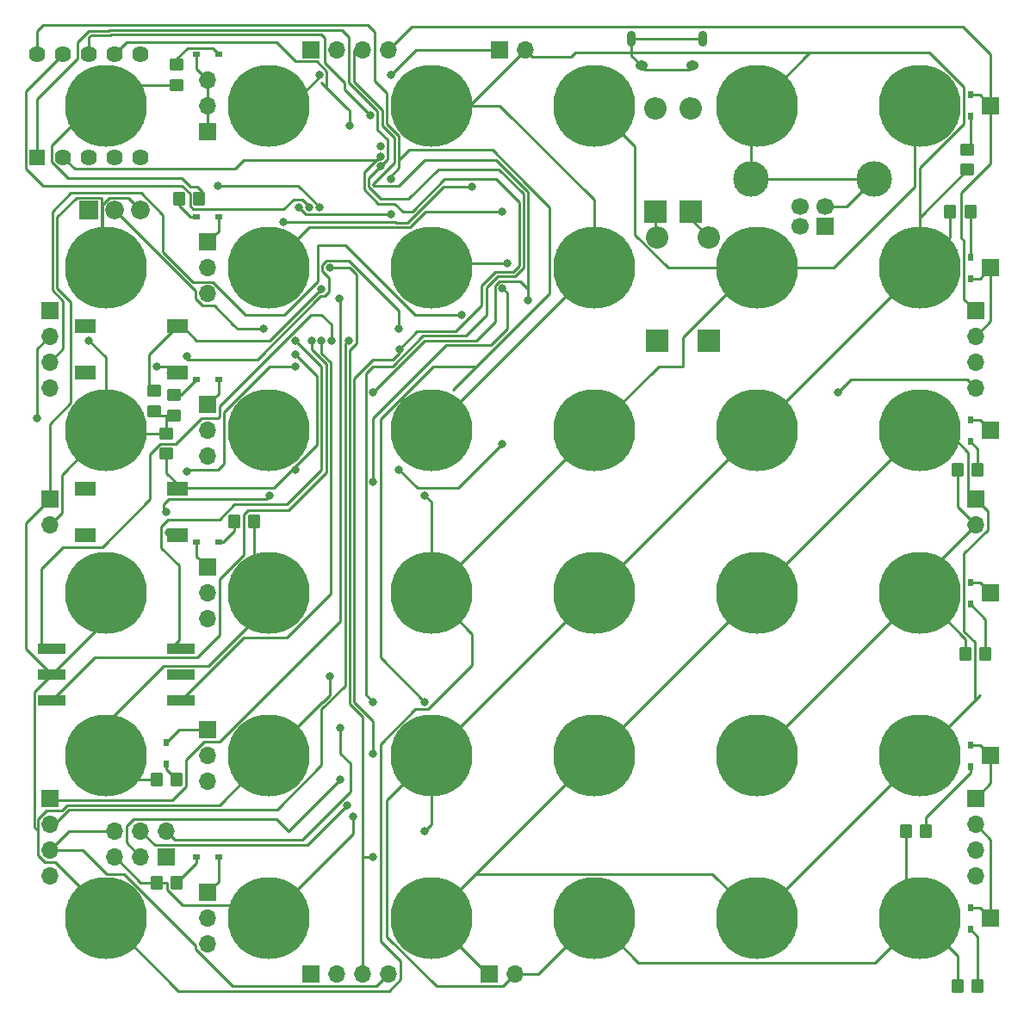
<source format=gbr>
%TF.GenerationSoftware,KiCad,Pcbnew,7.0.9*%
%TF.CreationDate,2024-03-13T01:01:39-05:00*%
%TF.ProjectId,BOARD,424f4152-442e-46b6-9963-61645f706362,rev?*%
%TF.SameCoordinates,Original*%
%TF.FileFunction,Copper,L1,Top*%
%TF.FilePolarity,Positive*%
%FSLAX46Y46*%
G04 Gerber Fmt 4.6, Leading zero omitted, Abs format (unit mm)*
G04 Created by KiCad (PCBNEW 7.0.9) date 2024-03-13 01:01:39*
%MOMM*%
%LPD*%
G01*
G04 APERTURE LIST*
G04 Aperture macros list*
%AMRoundRect*
0 Rectangle with rounded corners*
0 $1 Rounding radius*
0 $2 $3 $4 $5 $6 $7 $8 $9 X,Y pos of 4 corners*
0 Add a 4 corners polygon primitive as box body*
4,1,4,$2,$3,$4,$5,$6,$7,$8,$9,$2,$3,0*
0 Add four circle primitives for the rounded corners*
1,1,$1+$1,$2,$3*
1,1,$1+$1,$4,$5*
1,1,$1+$1,$6,$7*
1,1,$1+$1,$8,$9*
0 Add four rect primitives between the rounded corners*
20,1,$1+$1,$2,$3,$4,$5,0*
20,1,$1+$1,$4,$5,$6,$7,0*
20,1,$1+$1,$6,$7,$8,$9,0*
20,1,$1+$1,$8,$9,$2,$3,0*%
G04 Aperture macros list end*
%TA.AperFunction,ComponentPad*%
%ADD10R,1.700000X1.700000*%
%TD*%
%TA.AperFunction,SMDPad,CuDef*%
%ADD11RoundRect,0.250000X0.450000X-0.350000X0.450000X0.350000X-0.450000X0.350000X-0.450000X-0.350000X0*%
%TD*%
%TA.AperFunction,SMDPad,CuDef*%
%ADD12C,8.050000*%
%TD*%
%TA.AperFunction,ComponentPad*%
%ADD13R,1.845000X1.845000*%
%TD*%
%TA.AperFunction,ComponentPad*%
%ADD14C,1.845000*%
%TD*%
%TA.AperFunction,SMDPad,CuDef*%
%ADD15R,0.609600X0.660400*%
%TD*%
%TA.AperFunction,ComponentPad*%
%ADD16O,1.700000X1.700000*%
%TD*%
%TA.AperFunction,SMDPad,CuDef*%
%ADD17RoundRect,0.250000X0.350000X0.450000X-0.350000X0.450000X-0.350000X-0.450000X0.350000X-0.450000X0*%
%TD*%
%TA.AperFunction,SMDPad,CuDef*%
%ADD18R,2.100000X1.400000*%
%TD*%
%TA.AperFunction,SMDPad,CuDef*%
%ADD19R,2.700000X1.000000*%
%TD*%
%TA.AperFunction,SMDPad,CuDef*%
%ADD20RoundRect,0.250000X-0.350000X-0.450000X0.350000X-0.450000X0.350000X0.450000X-0.350000X0.450000X0*%
%TD*%
%TA.AperFunction,SMDPad,CuDef*%
%ADD21R,0.660400X0.609600*%
%TD*%
%TA.AperFunction,ComponentPad*%
%ADD22R,1.620000X1.620000*%
%TD*%
%TA.AperFunction,ComponentPad*%
%ADD23C,1.620000*%
%TD*%
%TA.AperFunction,ComponentPad*%
%ADD24R,2.200000X2.200000*%
%TD*%
%TA.AperFunction,ComponentPad*%
%ADD25O,2.200000X2.200000*%
%TD*%
%TA.AperFunction,SMDPad,CuDef*%
%ADD26RoundRect,0.250000X-0.450000X0.350000X-0.450000X-0.350000X0.450000X-0.350000X0.450000X0.350000X0*%
%TD*%
%TA.AperFunction,ComponentPad*%
%ADD27O,0.890000X1.550000*%
%TD*%
%TA.AperFunction,ComponentPad*%
%ADD28O,1.250000X0.950000*%
%TD*%
%TA.AperFunction,ComponentPad*%
%ADD29C,1.700000*%
%TD*%
%TA.AperFunction,ComponentPad*%
%ADD30C,3.500000*%
%TD*%
%TA.AperFunction,ViaPad*%
%ADD31C,0.800000*%
%TD*%
%TA.AperFunction,Conductor*%
%ADD32C,0.250000*%
%TD*%
G04 APERTURE END LIST*
D10*
%TO.P,J57,1,Pin_1*%
%TO.N,INPUT5*%
X175000000Y-128000000D03*
%TD*%
D11*
%TO.P,R6,1*%
%TO.N,GND*%
X94700000Y-78500000D03*
%TO.P,R6,2*%
%TO.N,Net-(LED3-Pad1)*%
X94700000Y-76500000D03*
%TD*%
D12*
%TO.P,J3,1,PWR*%
%TO.N,GND*%
X88000000Y-80000000D03*
%TD*%
%TO.P,J33,1,PWR*%
%TO.N,VCC*%
X168000000Y-80000000D03*
%TD*%
%TO.P,J13,1,PWR*%
%TO.N,GND*%
X120000000Y-48000000D03*
%TD*%
%TO.P,J29,1,PWR*%
%TO.N,GND*%
X152000000Y-112000000D03*
%TD*%
D13*
%TO.P,Q1,1,D*%
%TO.N,+5V*%
X86360000Y-58310000D03*
D14*
%TO.P,Q1,2,G*%
%TO.N,MOSFET*%
X88900000Y-58310000D03*
%TO.P,Q1,3,S*%
%TO.N,VCC*%
X91440000Y-58310000D03*
%TD*%
D12*
%TO.P,J27,1,PWR*%
%TO.N,GND*%
X152000000Y-80000000D03*
%TD*%
%TO.P,J2,1,PWR*%
%TO.N,VCC*%
X88000000Y-64000000D03*
%TD*%
D10*
%TO.P,J46,1,Pin_1*%
%TO.N,INPUT0*%
X175000000Y-48000000D03*
%TD*%
D15*
%TO.P,LED10,1*%
%TO.N,Net-(LED10-Pad1)*%
X173000000Y-62920500D03*
%TO.P,LED10,2*%
%TO.N,INPUT1*%
X173000000Y-65079500D03*
%TD*%
D10*
%TO.P,J43,1,Pin_1*%
%TO.N,OUTPUT5*%
X98000000Y-125460000D03*
D16*
%TO.P,J43,2,Pin_2*%
X98000000Y-128000000D03*
%TO.P,J43,3,Pin_3*%
X98000000Y-130540000D03*
%TD*%
D10*
%TO.P,J40,1,Pin_1*%
%TO.N,OUTPUT2*%
X98000000Y-77460000D03*
D16*
%TO.P,J40,2,Pin_2*%
X98000000Y-80000000D03*
%TO.P,J40,3,Pin_3*%
X98000000Y-82540000D03*
%TD*%
D12*
%TO.P,J35,1,PWR*%
%TO.N,VCC*%
X168000000Y-112000000D03*
%TD*%
D17*
%TO.P,R5,1*%
%TO.N,GND*%
X97200000Y-57200000D03*
%TO.P,R5,2*%
%TO.N,Net-(LED2-Pad1)*%
X95200000Y-57200000D03*
%TD*%
D18*
%TO.P,S2,1*%
%TO.N,+5V*%
X95050000Y-90250000D03*
%TO.P,S2,2*%
%TO.N,N/C*%
X85950000Y-90250000D03*
%TO.P,S2,3*%
%TO.N,BUTTON*%
X95050000Y-85750000D03*
%TO.P,S2,4*%
%TO.N,N/C*%
X85950000Y-85750000D03*
%TD*%
D10*
%TO.P,J55,1,Pin_1*%
%TO.N,INPUT4*%
X175000000Y-112000000D03*
%TD*%
%TO.P,J52,1,Pin_1*%
%TO.N,INPUT1*%
X175000000Y-64000000D03*
%TD*%
D12*
%TO.P,J18,1,PWR*%
%TO.N,VCC*%
X120000000Y-128000000D03*
%TD*%
%TO.P,J6,1,PWR*%
%TO.N,VCC*%
X88000000Y-128000000D03*
%TD*%
%TO.P,J30,1,PWR*%
%TO.N,VCC*%
X152000000Y-128000000D03*
%TD*%
D15*
%TO.P,LED12,1*%
%TO.N,Net-(LED12-Pad1)*%
X173000000Y-97079500D03*
%TO.P,LED12,2*%
%TO.N,INPUT3*%
X173000000Y-94920500D03*
%TD*%
D12*
%TO.P,J32,1,PWR*%
%TO.N,GND*%
X168000000Y-64000000D03*
%TD*%
D17*
%TO.P,R7,1*%
%TO.N,GND*%
X102600000Y-88900000D03*
%TO.P,R7,2*%
%TO.N,Net-(LED4-Pad1)*%
X100600000Y-88900000D03*
%TD*%
D12*
%TO.P,J26,1,PWR*%
%TO.N,VCC*%
X152000000Y-64000000D03*
%TD*%
%TO.P,J22,1,PWR*%
%TO.N,GND*%
X136000000Y-96000000D03*
%TD*%
D19*
%TO.P,S3,1,1*%
%TO.N,ROTARYSWITCH0*%
X82650000Y-101460000D03*
%TO.P,S3,2,2*%
%TO.N,ROTARYSWITCH1*%
X95350000Y-106540000D03*
%TO.P,S3,4,4*%
%TO.N,ROTARYSWITCH2*%
X82650000Y-106540000D03*
%TO.P,S3,8,8*%
%TO.N,ROTARYSWITCH3*%
X95350000Y-101460000D03*
%TO.P,S3,C1,C1*%
%TO.N,VCC*%
X82650000Y-104000000D03*
%TO.P,S3,C2,C2*%
%TO.N,unconnected-(S3-PadC2)*%
X95350000Y-104000000D03*
%TD*%
D10*
%TO.P,J61,1,Pin_1*%
%TO.N,+5V*%
X93980000Y-121920000D03*
D16*
%TO.P,J61,2,Pin_2*%
%TO.N,DATA4*%
X93980000Y-119380000D03*
%TO.P,J61,3,Pin_3*%
%TO.N,DATA3*%
X91440000Y-121920000D03*
%TO.P,J61,4,Pin_4*%
%TO.N,DATA5*%
X91440000Y-119380000D03*
%TO.P,J61,5,Pin_5*%
%TO.N,GND*%
X88900000Y-121920000D03*
%TO.P,J61,6,Pin_6*%
%TO.N,INPUT6*%
X88900000Y-119380000D03*
%TD*%
D10*
%TO.P,J48,1,Pin_1*%
%TO.N,INPUT4*%
X173500000Y-116190000D03*
D16*
%TO.P,J48,2,Pin_2*%
%TO.N,INPUT5*%
X173500000Y-118730000D03*
%TO.P,J48,3,Pin_3*%
%TO.N,INPUT6*%
X173500000Y-121270000D03*
%TO.P,J48,4,Pin_4*%
%TO.N,INPUT7*%
X173500000Y-123810000D03*
%TD*%
D20*
%TO.P,R14,1*%
%TO.N,GND*%
X171720000Y-83820000D03*
%TO.P,R14,2*%
%TO.N,Net-(LED11-Pad1)*%
X173720000Y-83820000D03*
%TD*%
D12*
%TO.P,J9,1,PWR*%
%TO.N,VCC*%
X104000000Y-80000000D03*
%TD*%
D21*
%TO.P,LED6,1*%
%TO.N,Net-(LED6-Pad1)*%
X96920500Y-121920000D03*
%TO.P,LED6,2*%
%TO.N,OUTPUT5*%
X99079500Y-121920000D03*
%TD*%
D10*
%TO.P,J37,1,Pin_1*%
%TO.N,OUTPUT0*%
X98000000Y-50540000D03*
D16*
%TO.P,J37,2,Pin_2*%
X98000000Y-48000000D03*
%TO.P,J37,3,Pin_3*%
X98000000Y-45460000D03*
%TD*%
D12*
%TO.P,J7,1,PWR*%
%TO.N,VCC*%
X104000000Y-48000000D03*
%TD*%
D20*
%TO.P,R13,1*%
%TO.N,GND*%
X171000000Y-58420000D03*
%TO.P,R13,2*%
%TO.N,Net-(LED10-Pad1)*%
X173000000Y-58420000D03*
%TD*%
D12*
%TO.P,J36,1,PWR*%
%TO.N,GND*%
X168000000Y-128000000D03*
%TD*%
%TO.P,J31,1,PWR*%
%TO.N,VCC*%
X168000000Y-48000000D03*
%TD*%
%TO.P,J21,1,PWR*%
%TO.N,VCC*%
X136000000Y-80000000D03*
%TD*%
D20*
%TO.P,R16,1*%
%TO.N,GND*%
X166640000Y-119380000D03*
%TO.P,R16,2*%
%TO.N,Net-(LED13-Pad1)*%
X168640000Y-119380000D03*
%TD*%
D12*
%TO.P,J34,1,PWR*%
%TO.N,GND*%
X168000000Y-96000000D03*
%TD*%
%TO.P,J1,1,PWR*%
%TO.N,GND*%
X88000000Y-48000000D03*
%TD*%
%TO.P,J15,1,PWR*%
%TO.N,GND*%
X120000000Y-80000000D03*
%TD*%
D11*
%TO.P,R4,1*%
%TO.N,GND*%
X95000000Y-46000000D03*
%TO.P,R4,2*%
%TO.N,Net-(LED1-Pad1)*%
X95000000Y-44000000D03*
%TD*%
D10*
%TO.P,J41,1,Pin_1*%
%TO.N,OUTPUT3*%
X98000000Y-93460000D03*
D16*
%TO.P,J41,2,Pin_2*%
X98000000Y-96000000D03*
%TO.P,J41,3,Pin_3*%
X98000000Y-98540000D03*
%TD*%
D21*
%TO.P,LED1,1*%
%TO.N,Net-(LED1-Pad1)*%
X99079500Y-43000000D03*
%TO.P,LED1,2*%
%TO.N,OUTPUT0*%
X96920500Y-43000000D03*
%TD*%
D10*
%TO.P,J44,1,Pin_1*%
%TO.N,VCC*%
X173500000Y-86725000D03*
D16*
%TO.P,J44,2,Pin_2*%
%TO.N,GND*%
X173500000Y-89265000D03*
%TD*%
D12*
%TO.P,J24,1,PWR*%
%TO.N,GND*%
X136000000Y-128000000D03*
%TD*%
%TO.P,J10,1,PWR*%
%TO.N,GND*%
X104000000Y-96000000D03*
%TD*%
D21*
%TO.P,LED2,1*%
%TO.N,Net-(LED2-Pad1)*%
X96920500Y-59000000D03*
%TO.P,LED2,2*%
%TO.N,OUTPUT1*%
X99079500Y-59000000D03*
%TD*%
D22*
%TO.P,D1,1*%
%TO.N,DATA4*%
X81280000Y-53080000D03*
D23*
%TO.P,D1,2*%
%TO.N,DATA3*%
X83820000Y-53080000D03*
%TO.P,D1,3*%
%TO.N,DATA2*%
X86360000Y-53080000D03*
%TO.P,D1,4*%
%TO.N,DATA6*%
X88900000Y-53080000D03*
%TO.P,D1,5*%
%TO.N,DATA7*%
X91440000Y-53080000D03*
%TO.P,D1,6*%
%TO.N,DIGIT1*%
X91440000Y-42920000D03*
%TO.P,D1,7*%
%TO.N,DATA0*%
X88900000Y-42920000D03*
%TO.P,D1,8*%
%TO.N,DATA1*%
X86360000Y-42920000D03*
%TO.P,D1,9*%
%TO.N,DIGIT0*%
X83820000Y-42920000D03*
%TO.P,D1,10*%
%TO.N,DATA5*%
X81280000Y-42920000D03*
%TD*%
D10*
%TO.P,J39,1,Pin_1*%
%TO.N,OUTPUT1*%
X98000000Y-61460000D03*
D16*
%TO.P,J39,2,Pin_2*%
X98000000Y-64000000D03*
%TO.P,J39,3,Pin_3*%
X98000000Y-66540000D03*
%TD*%
D10*
%TO.P,J51,1,Pin_1*%
%TO.N,VCC*%
X126725000Y-42500000D03*
D16*
%TO.P,J51,2,Pin_2*%
%TO.N,GND*%
X129265000Y-42500000D03*
%TD*%
D15*
%TO.P,LED11,1*%
%TO.N,Net-(LED11-Pad1)*%
X173000000Y-81079500D03*
%TO.P,LED11,2*%
%TO.N,INPUT2*%
X173000000Y-78920500D03*
%TD*%
D18*
%TO.P,S1,1*%
%TO.N,+5V*%
X95050000Y-74250000D03*
%TO.P,S1,2*%
%TO.N,N/C*%
X85950000Y-74250000D03*
%TO.P,S1,3*%
%TO.N,RESET*%
X95050000Y-69750000D03*
%TO.P,S1,4*%
%TO.N,N/C*%
X85950000Y-69750000D03*
%TD*%
D12*
%TO.P,J17,1,PWR*%
%TO.N,GND*%
X120000000Y-112000000D03*
%TD*%
D20*
%TO.P,R8,1*%
%TO.N,GND*%
X92980000Y-114300000D03*
%TO.P,R8,2*%
%TO.N,Net-(LED5-Pad1)*%
X94980000Y-114300000D03*
%TD*%
D12*
%TO.P,J8,1,PWR*%
%TO.N,GND*%
X104000000Y-64000000D03*
%TD*%
D10*
%TO.P,J42,1,Pin_1*%
%TO.N,OUTPUT4*%
X98000000Y-109460000D03*
D16*
%TO.P,J42,2,Pin_2*%
X98000000Y-112000000D03*
%TO.P,J42,3,Pin_3*%
X98000000Y-114540000D03*
%TD*%
D21*
%TO.P,LED4,1*%
%TO.N,Net-(LED4-Pad1)*%
X99079500Y-91000000D03*
%TO.P,LED4,2*%
%TO.N,OUTPUT3*%
X96920500Y-91000000D03*
%TD*%
D20*
%TO.P,R15,1*%
%TO.N,GND*%
X172500000Y-102000000D03*
%TO.P,R15,2*%
%TO.N,Net-(LED12-Pad1)*%
X174500000Y-102000000D03*
%TD*%
D10*
%TO.P,J59,1,Pin_1*%
%TO.N,OUTPUT0*%
X108190000Y-42500000D03*
D16*
%TO.P,J59,2,Pin_2*%
%TO.N,OUTPUT1*%
X110730000Y-42500000D03*
%TO.P,J59,3,Pin_3*%
%TO.N,INPUT1*%
X113270000Y-42500000D03*
%TO.P,J59,4,Pin_4*%
%TO.N,INPUT0*%
X115810000Y-42500000D03*
%TD*%
D20*
%TO.P,R9,1*%
%TO.N,GND*%
X92980000Y-124460000D03*
%TO.P,R9,2*%
%TO.N,Net-(LED6-Pad1)*%
X94980000Y-124460000D03*
%TD*%
D11*
%TO.P,R21,1*%
%TO.N,GND*%
X92800000Y-78100000D03*
%TO.P,R21,2*%
%TO.N,RESET*%
X92800000Y-76100000D03*
%TD*%
D12*
%TO.P,J28,1,PWR*%
%TO.N,VCC*%
X152000000Y-96000000D03*
%TD*%
D20*
%TO.P,R17,1*%
%TO.N,GND*%
X171720000Y-134620000D03*
%TO.P,R17,2*%
%TO.N,Net-(LED14-Pad1)*%
X173720000Y-134620000D03*
%TD*%
D15*
%TO.P,LED5,1*%
%TO.N,Net-(LED5-Pad1)*%
X93980000Y-112839500D03*
%TO.P,LED5,2*%
%TO.N,OUTPUT4*%
X93980000Y-110680500D03*
%TD*%
D12*
%TO.P,J11,1,PWR*%
%TO.N,VCC*%
X104000000Y-112000000D03*
%TD*%
D11*
%TO.P,R12,1*%
%TO.N,GND*%
X172720000Y-54340000D03*
%TO.P,R12,2*%
%TO.N,Net-(LED9-Pad1)*%
X172720000Y-52340000D03*
%TD*%
D10*
%TO.P,J54,1,Pin_1*%
%TO.N,INPUT3*%
X175000000Y-96000000D03*
%TD*%
D12*
%TO.P,J23,1,PWR*%
%TO.N,VCC*%
X136000000Y-112000000D03*
%TD*%
%TO.P,J20,1,PWR*%
%TO.N,GND*%
X136000000Y-64000000D03*
%TD*%
%TO.P,J19,1,PWR*%
%TO.N,VCC*%
X136000000Y-48000000D03*
%TD*%
%TO.P,J12,1,PWR*%
%TO.N,GND*%
X104000000Y-128000000D03*
%TD*%
%TO.P,J14,1,PWR*%
%TO.N,VCC*%
X120000000Y-64000000D03*
%TD*%
D24*
%TO.P,D4,1,K*%
%TO.N,Net-(D4-K)*%
X142000000Y-58420000D03*
D25*
%TO.P,D4,2,A*%
%TO.N,USBD-*%
X142000000Y-48260000D03*
%TD*%
D26*
%TO.P,R20,1*%
%TO.N,GND*%
X93980000Y-80280000D03*
%TO.P,R20,2*%
%TO.N,BUTTON*%
X93980000Y-82280000D03*
%TD*%
D12*
%TO.P,J5,1,PWR*%
%TO.N,GND*%
X88000000Y-112000000D03*
%TD*%
%TO.P,J4,1,PWR*%
%TO.N,VCC*%
X88000000Y-96000000D03*
%TD*%
D15*
%TO.P,LED14,1*%
%TO.N,Net-(LED14-Pad1)*%
X173000000Y-129079500D03*
%TO.P,LED14,2*%
%TO.N,INPUT5*%
X173000000Y-126920500D03*
%TD*%
%TO.P,LED9,1*%
%TO.N,Net-(LED9-Pad1)*%
X173000000Y-49079500D03*
%TO.P,LED9,2*%
%TO.N,INPUT0*%
X173000000Y-46920500D03*
%TD*%
%TO.P,LED13,1*%
%TO.N,Net-(LED13-Pad1)*%
X173000000Y-113079500D03*
%TO.P,LED13,2*%
%TO.N,INPUT4*%
X173000000Y-110920500D03*
%TD*%
D21*
%TO.P,LED3,1*%
%TO.N,Net-(LED3-Pad1)*%
X96920500Y-75000000D03*
%TO.P,LED3,2*%
%TO.N,OUTPUT2*%
X99079500Y-75000000D03*
%TD*%
D10*
%TO.P,J49,1,Pin_1*%
%TO.N,INPUT0*%
X173500000Y-68190000D03*
D16*
%TO.P,J49,2,Pin_2*%
%TO.N,INPUT1*%
X173500000Y-70730000D03*
%TO.P,J49,3,Pin_3*%
%TO.N,INPUT2*%
X173500000Y-73270000D03*
%TO.P,J49,4,Pin_4*%
%TO.N,INPUT3*%
X173500000Y-75810000D03*
%TD*%
D12*
%TO.P,J25,1,PWR*%
%TO.N,GND*%
X152000000Y-48000000D03*
%TD*%
%TO.P,J16,1,PWR*%
%TO.N,VCC*%
X120000000Y-96000000D03*
%TD*%
D10*
%TO.P,J53,1,Pin_1*%
%TO.N,INPUT2*%
X175000000Y-80000000D03*
%TD*%
%TO.P,J45,1,Pin_1*%
%TO.N,VCC*%
X125725000Y-133500000D03*
D16*
%TO.P,J45,2,Pin_2*%
%TO.N,GND*%
X128265000Y-133500000D03*
%TD*%
D27*
%TO.P,J38,6,Shield*%
%TO.N,GND*%
X139700000Y-41400000D03*
D28*
X140700000Y-44100000D03*
X145700000Y-44100000D03*
D27*
X146700000Y-41400000D03*
%TD*%
D10*
%TO.P,J47,1,Pin_1*%
%TO.N,INPUT0*%
X82500000Y-68190000D03*
D16*
%TO.P,J47,2,Pin_2*%
%TO.N,INPUT1*%
X82500000Y-70730000D03*
%TO.P,J47,3,Pin_3*%
%TO.N,INPUT2*%
X82500000Y-73270000D03*
%TO.P,J47,4,Pin_4*%
%TO.N,INPUT3*%
X82500000Y-75810000D03*
%TD*%
D24*
%TO.P,D3,1,K*%
%TO.N,Net-(D2-A)*%
X145500000Y-58420000D03*
D25*
%TO.P,D3,2,A*%
%TO.N,USBD+*%
X145500000Y-48260000D03*
%TD*%
D24*
%TO.P,D5,1,K*%
%TO.N,Net-(D5-K)*%
X142240000Y-71120000D03*
D25*
%TO.P,D5,2,A*%
%TO.N,Net-(D4-K)*%
X142240000Y-60960000D03*
%TD*%
D24*
%TO.P,D2,1,K*%
%TO.N,Net-(D2-K)*%
X147320000Y-71120000D03*
D25*
%TO.P,D2,2,A*%
%TO.N,Net-(D2-A)*%
X147320000Y-60960000D03*
%TD*%
D10*
%TO.P,J50,1,Pin_1*%
%TO.N,INPUT4*%
X82500000Y-116190000D03*
D16*
%TO.P,J50,2,Pin_2*%
%TO.N,INPUT5*%
X82500000Y-118730000D03*
%TO.P,J50,3,Pin_3*%
%TO.N,INPUT6*%
X82500000Y-121270000D03*
%TO.P,J50,4,Pin_4*%
%TO.N,INPUT7*%
X82500000Y-123810000D03*
%TD*%
D10*
%TO.P,J58,1,Pin_1*%
%TO.N,VCC*%
X82500000Y-86725000D03*
D16*
%TO.P,J58,2,Pin_2*%
%TO.N,GND*%
X82500000Y-89265000D03*
%TD*%
D10*
%TO.P,J60,1,VBUS*%
%TO.N,+5V*%
X158730000Y-59917500D03*
D29*
%TO.P,J60,2,D-*%
%TO.N,USBD-*%
X156230000Y-59917500D03*
%TO.P,J60,3,D+*%
%TO.N,USBD+*%
X156230000Y-57917500D03*
%TO.P,J60,4,GND*%
%TO.N,GND*%
X158730000Y-57917500D03*
D30*
%TO.P,J60,5,Shield*%
X151460000Y-55207500D03*
X163500000Y-55207500D03*
%TD*%
D10*
%TO.P,J56,1,Pin_1*%
%TO.N,OUTPUT6*%
X108190000Y-133500000D03*
D16*
%TO.P,J56,2,Pin_2*%
%TO.N,OUTPUT7*%
X110730000Y-133500000D03*
%TO.P,J56,3,Pin_3*%
%TO.N,INPUT7*%
X113270000Y-133500000D03*
%TO.P,J56,4,Pin_4*%
%TO.N,INPUT6*%
X115810000Y-133500000D03*
%TD*%
D31*
%TO.N,GND*%
X106680000Y-93980000D03*
X152400000Y-81280000D03*
X86360000Y-71120000D03*
X88900000Y-111760000D03*
X135000000Y-64500000D03*
X119380000Y-119380000D03*
X152400000Y-48260000D03*
X104140000Y-65000000D03*
X127000000Y-58420000D03*
X112300000Y-118000000D03*
X86360000Y-45000000D03*
%TO.N,VCC*%
X109000000Y-45000000D03*
X119380000Y-86360000D03*
X137160000Y-81280000D03*
X134620000Y-111760000D03*
X152400000Y-63500000D03*
X119380000Y-96520000D03*
X127500000Y-63500000D03*
X104140000Y-81280000D03*
X134620000Y-48260000D03*
X116000000Y-45000000D03*
X110000000Y-104140000D03*
%TO.N,+5V*%
X93000000Y-73660000D03*
X94200000Y-90000000D03*
%TO.N,RESET*%
X109220000Y-66040000D03*
%TO.N,DATA2*%
X115000000Y-52000000D03*
%TO.N,DATA7*%
X116000000Y-58700000D03*
X107000000Y-58000000D03*
%TO.N,DIGIT1*%
X109000000Y-58000000D03*
X99000000Y-55880000D03*
%TO.N,DATA3*%
X116866801Y-71972203D03*
X115000000Y-53000000D03*
X114300000Y-111760000D03*
X111075500Y-114300000D03*
%TO.N,DATA5*%
X116000000Y-55200000D03*
X111760000Y-116840000D03*
X119380000Y-106680000D03*
%TO.N,DATA6*%
X124000000Y-56000000D03*
X105500000Y-59500000D03*
%TO.N,DATA1*%
X114000000Y-49000000D03*
%TO.N,DIGIT0*%
X108000000Y-58000000D03*
%TO.N,DATA0*%
X112000000Y-50000000D03*
%TO.N,BUTTON*%
X116840000Y-83820000D03*
X106680000Y-83820000D03*
X106680000Y-72500000D03*
X127000000Y-81280000D03*
%TO.N,MOSFET*%
X103500000Y-70000000D03*
%TO.N,INPUT0*%
X114300000Y-85000000D03*
X104140000Y-86360000D03*
X127000000Y-66000000D03*
X93980000Y-88000000D03*
%TO.N,INPUT1*%
X81280000Y-78740000D03*
X129540000Y-67200000D03*
X106680000Y-73660000D03*
X114300000Y-76200000D03*
X96000000Y-84000000D03*
%TO.N,INPUT2*%
X123000000Y-68580000D03*
%TO.N,INPUT3*%
X96000000Y-72700000D03*
X116840000Y-70000000D03*
X160020000Y-76200000D03*
%TO.N,INPUT4*%
X111000000Y-67000000D03*
%TO.N,INPUT5*%
X111900000Y-71120000D03*
%TO.N,INPUT7*%
X110000000Y-64000000D03*
X114300000Y-121920000D03*
%TO.N,ROTARYSWITCH0*%
X110220000Y-71120000D03*
%TO.N,ROTARYSWITCH1*%
X109220000Y-71120000D03*
%TO.N,ROTARYSWITCH2*%
X108220000Y-71120000D03*
%TO.N,ROTARYSWITCH3*%
X106680000Y-71120000D03*
%TO.N,DATA4*%
X114300000Y-106680000D03*
X115000000Y-54000000D03*
X111075500Y-109220000D03*
%TD*%
D32*
%TO.N,GND*%
X123765000Y-48000000D02*
X120000000Y-48000000D01*
X139700000Y-43100000D02*
X139700000Y-42775000D01*
X93675000Y-103175000D02*
X88000000Y-108850000D01*
X94055000Y-125155100D02*
X94055000Y-124535000D01*
X86620000Y-48000000D02*
X88000000Y-48000000D01*
X151460000Y-48540000D02*
X152000000Y-48000000D01*
X126740000Y-48000000D02*
X120000000Y-48000000D01*
X139700000Y-41400000D02*
X146700000Y-41400000D01*
X152000000Y-48000000D02*
X157225000Y-42775000D01*
X171000000Y-58420000D02*
X171000000Y-61000000D01*
X95428504Y-55115000D02*
X96275506Y-55962002D01*
X83675000Y-88090000D02*
X82500000Y-89265000D01*
X94300000Y-78500000D02*
X92800000Y-78500000D01*
X86360000Y-71120000D02*
X88000000Y-72760000D01*
X168000000Y-128000000D02*
X163650000Y-132350000D01*
X172350000Y-49801829D02*
X172350000Y-46198171D01*
X96275506Y-55962002D02*
X96982002Y-55962002D01*
X88900000Y-111760000D02*
X88240000Y-111760000D01*
X157225000Y-42775000D02*
X160020000Y-42775000D01*
X93980000Y-124460000D02*
X92980000Y-124460000D01*
X166640000Y-119380000D02*
X166640000Y-126640000D01*
X102600000Y-88900000D02*
X102600000Y-94600000D01*
X172350000Y-46198171D02*
X168926829Y-42775000D01*
X98078604Y-103175000D02*
X93675000Y-103175000D01*
X136000000Y-57260000D02*
X126740000Y-48000000D01*
X120000000Y-112000000D02*
X115650000Y-116350000D01*
X136000000Y-96000000D02*
X152000000Y-80000000D01*
X83675000Y-84325000D02*
X83675000Y-88090000D01*
X104000000Y-125579600D02*
X104000000Y-128000000D01*
X88000000Y-48000000D02*
X87495000Y-47495000D01*
X168000000Y-59060000D02*
X168000000Y-64000000D01*
X88280000Y-80280000D02*
X88000000Y-80000000D01*
X104000000Y-64000000D02*
X108025000Y-59975000D01*
X104000000Y-128000000D02*
X111760000Y-120240000D01*
X95581702Y-126681802D02*
X94055000Y-125155100D01*
X104000000Y-96000000D02*
X104000000Y-97253604D01*
X145425000Y-44500000D02*
X140975000Y-44500000D01*
X136000000Y-128000000D02*
X130500000Y-133500000D01*
X88000000Y-108850000D02*
X88000000Y-112000000D01*
X134180000Y-42775000D02*
X133775000Y-43180000D01*
X90300000Y-114300000D02*
X88000000Y-112000000D01*
X88000000Y-72760000D02*
X88000000Y-80000000D01*
X112300000Y-119700000D02*
X104000000Y-128000000D01*
X92800000Y-78500000D02*
X92300000Y-78000000D01*
X112300000Y-118000000D02*
X112300000Y-119700000D01*
X82685000Y-53550133D02*
X82685000Y-51935000D01*
X168000000Y-64000000D02*
X152000000Y-80000000D01*
X160790000Y-57917500D02*
X158730000Y-57917500D01*
X171720000Y-87485000D02*
X173500000Y-89265000D01*
X92980000Y-124460000D02*
X91440000Y-124460000D01*
X117873171Y-59975000D02*
X119428171Y-58420000D01*
X160020000Y-42775000D02*
X139700000Y-42775000D01*
X88240000Y-111760000D02*
X88000000Y-112000000D01*
X94055000Y-124535000D02*
X93980000Y-124460000D01*
X97520000Y-56500000D02*
X97520000Y-57200000D01*
X84249867Y-55115000D02*
X82685000Y-53550133D01*
X93980000Y-78500000D02*
X93980000Y-80280000D01*
X172720000Y-54340000D02*
X168000000Y-59060000D01*
X119428171Y-58420000D02*
X127000000Y-58420000D01*
X129265000Y-42500000D02*
X123765000Y-48000000D01*
X171720000Y-134620000D02*
X171720000Y-131720000D01*
X136000000Y-64000000D02*
X120000000Y-80000000D01*
X96982002Y-55962002D02*
X97520000Y-56500000D01*
X139700000Y-41400000D02*
X139700000Y-42775000D01*
X173500000Y-89265000D02*
X168000000Y-94765000D01*
X95000000Y-46000000D02*
X90000000Y-46000000D01*
X130500000Y-133500000D02*
X128265000Y-133500000D01*
X172500000Y-102000000D02*
X172500000Y-100500000D01*
X163500000Y-55207500D02*
X160790000Y-57917500D01*
X120000000Y-118760000D02*
X120000000Y-112000000D01*
X140700000Y-44100000D02*
X139700000Y-43100000D01*
X166640000Y-126640000D02*
X168000000Y-128000000D01*
X82685000Y-51935000D02*
X86620000Y-48000000D01*
X106725000Y-61275000D02*
X104000000Y-64000000D01*
X115650000Y-129801829D02*
X120523171Y-134675000D01*
X120000000Y-112000000D02*
X136000000Y-96000000D01*
X171720000Y-131720000D02*
X168000000Y-128000000D01*
X168000000Y-54151829D02*
X172350000Y-49801829D01*
X168000000Y-94765000D02*
X168000000Y-96000000D01*
X104000000Y-128000000D02*
X102681802Y-126681802D01*
X108025000Y-59975000D02*
X117873171Y-59975000D01*
X115650000Y-116350000D02*
X115650000Y-129801829D01*
X93980000Y-80280000D02*
X88280000Y-80280000D01*
X102681802Y-126681802D02*
X95581702Y-126681802D01*
X104000000Y-97253604D02*
X98078604Y-103175000D01*
X168000000Y-96000000D02*
X152000000Y-112000000D01*
X163500000Y-55207500D02*
X151460000Y-55207500D01*
X151460000Y-55207500D02*
X151460000Y-48540000D01*
X168000000Y-64000000D02*
X168000000Y-54151829D01*
X88640000Y-80000000D02*
X88000000Y-80000000D01*
X102600000Y-94600000D02*
X104000000Y-96000000D01*
X172500000Y-100500000D02*
X168000000Y-96000000D01*
X163650000Y-132350000D02*
X140350000Y-132350000D01*
X133775000Y-43180000D02*
X129945000Y-43180000D01*
X120523171Y-134675000D02*
X127090000Y-134675000D01*
X134885000Y-128000000D02*
X136000000Y-128000000D01*
X168926829Y-42775000D02*
X160020000Y-42775000D01*
X140350000Y-132350000D02*
X136000000Y-128000000D01*
X136000000Y-64000000D02*
X136000000Y-57260000D01*
X127090000Y-134675000D02*
X128265000Y-133500000D01*
X139700000Y-42775000D02*
X134180000Y-42775000D01*
X171720000Y-83820000D02*
X171720000Y-87485000D01*
X95428504Y-55115000D02*
X84249867Y-55115000D01*
X88000000Y-80000000D02*
X83675000Y-84325000D01*
X90000000Y-46000000D02*
X88000000Y-48000000D01*
X91440000Y-124460000D02*
X89218198Y-122238198D01*
X171000000Y-61000000D02*
X168000000Y-64000000D01*
X88000000Y-112000000D02*
X90420400Y-112000000D01*
X92980000Y-114300000D02*
X90300000Y-114300000D01*
X129945000Y-43180000D02*
X129265000Y-42500000D01*
X119380000Y-119380000D02*
X120000000Y-118760000D01*
%TO.N,VCC*%
X85112500Y-57062500D02*
X87607500Y-57062500D01*
X87607500Y-57062500D02*
X87607500Y-63607500D01*
X115025000Y-110823171D02*
X118443171Y-107405000D01*
X152400000Y-63600000D02*
X152000000Y-64000000D01*
X104140000Y-81280000D02*
X104140000Y-80140000D01*
X170635500Y-80000000D02*
X168000000Y-80000000D01*
X144780000Y-73660000D02*
X142340000Y-73660000D01*
X88000000Y-128000000D02*
X88000000Y-127458299D01*
X144780000Y-73660000D02*
X144780000Y-70810000D01*
X140025000Y-52025000D02*
X136000000Y-48000000D01*
X124025000Y-100025000D02*
X120000000Y-96000000D01*
X88000000Y-96000000D02*
X88000000Y-98650000D01*
X172370200Y-92056501D02*
X172370200Y-99733804D01*
X159520000Y-64000000D02*
X167550000Y-55970000D01*
X152000000Y-96000000D02*
X168000000Y-80000000D01*
X90192500Y-57062500D02*
X88383268Y-57062500D01*
X142340000Y-73660000D02*
X136000000Y-80000000D01*
X119680305Y-107405000D02*
X124025000Y-103060305D01*
X152000000Y-128000000D02*
X168000000Y-112000000D01*
X115846701Y-135125000D02*
X116985000Y-133986701D01*
X104140000Y-80140000D02*
X104000000Y-80000000D01*
X167550000Y-55970000D02*
X167550000Y-48450000D01*
X116985000Y-132225000D02*
X115025000Y-130265000D01*
X80125000Y-89100000D02*
X82500000Y-86725000D01*
X87652500Y-63652500D02*
X88000000Y-64000000D01*
X173500000Y-86725000D02*
X174675000Y-87900000D01*
X83675000Y-117365000D02*
X84200000Y-116840000D01*
X104000000Y-112000000D02*
X109220000Y-106780000D01*
X88000000Y-127458299D02*
X82986701Y-122445000D01*
X82203299Y-117365000D02*
X83675000Y-117365000D01*
X88383268Y-57062500D02*
X87652500Y-57793268D01*
X172795000Y-82159500D02*
X170635500Y-80000000D01*
X120000000Y-64000000D02*
X120500000Y-63500000D01*
X82500000Y-79348171D02*
X84575000Y-77273171D01*
X106200000Y-48000000D02*
X104000000Y-48000000D01*
X87652500Y-57793268D02*
X87652500Y-63652500D01*
X168000000Y-112000000D02*
X173020000Y-106980000D01*
X109200000Y-45000000D02*
X106200000Y-48000000D01*
X82500000Y-86725000D02*
X82500000Y-79348171D01*
X147650000Y-123650000D02*
X152000000Y-128000000D01*
X173500000Y-86725000D02*
X172795000Y-86020000D01*
X81325000Y-121756701D02*
X81325000Y-119380000D01*
X82013299Y-122445000D02*
X81325000Y-121756701D01*
X81325000Y-118243299D02*
X82203299Y-117365000D01*
X81325000Y-119380000D02*
X81325000Y-118243299D01*
X110000000Y-104140000D02*
X110000000Y-106000000D01*
X120000000Y-96000000D02*
X136000000Y-80000000D01*
X143264745Y-64000000D02*
X140025000Y-60760255D01*
X118443171Y-107405000D02*
X119680305Y-107405000D01*
X115025000Y-130265000D02*
X115025000Y-110823171D01*
X109220000Y-106780000D02*
X109220000Y-106680000D01*
X116000000Y-45000000D02*
X118500000Y-42500000D01*
X152400000Y-63500000D02*
X152400000Y-63600000D01*
X80125000Y-101475000D02*
X80125000Y-89100000D01*
X120000000Y-128000000D02*
X125500000Y-133500000D01*
X110000000Y-106000000D02*
X104000000Y-112000000D01*
X83200000Y-65988225D02*
X83200000Y-58975000D01*
X173425000Y-100788604D02*
X173425000Y-106575000D01*
X118500000Y-42500000D02*
X126725000Y-42500000D01*
X174675000Y-87900000D02*
X174675000Y-89751701D01*
X125500000Y-133500000D02*
X125725000Y-133500000D01*
X140025000Y-60760255D02*
X140025000Y-52025000D01*
X80975000Y-105675000D02*
X80975000Y-119030000D01*
X144780000Y-70810000D02*
X151590000Y-64000000D01*
X87607500Y-63607500D02*
X88000000Y-64000000D01*
X88000000Y-128000000D02*
X95125000Y-135125000D01*
X119380000Y-86360000D02*
X120000000Y-86980000D01*
X83200000Y-58975000D02*
X85112500Y-57062500D01*
X173425000Y-106575000D02*
X173020000Y-106980000D01*
X124350000Y-123650000D02*
X147650000Y-123650000D01*
X173020000Y-106980000D02*
X173986701Y-106013299D01*
X167550000Y-48450000D02*
X168000000Y-48000000D01*
X84575000Y-77273171D02*
X84575000Y-67363226D01*
X116985000Y-133986701D02*
X116985000Y-132225000D01*
X152000000Y-64000000D02*
X159520000Y-64000000D01*
X152000000Y-64000000D02*
X143264745Y-64000000D01*
X91440000Y-58310000D02*
X90192500Y-57062500D01*
X99160000Y-116840000D02*
X104000000Y-112000000D01*
X95125000Y-135125000D02*
X115846701Y-135125000D01*
X174675000Y-89751701D02*
X172370200Y-92056501D01*
X84200000Y-116840000D02*
X99160000Y-116840000D01*
X137160000Y-81160000D02*
X136000000Y-80000000D01*
X120500000Y-63500000D02*
X127500000Y-63500000D01*
X120000000Y-128000000D02*
X136000000Y-112000000D01*
X80975000Y-119030000D02*
X81325000Y-119380000D01*
X82650000Y-104000000D02*
X80975000Y-105675000D01*
X124025000Y-103060305D02*
X124025000Y-100025000D01*
X151590000Y-64000000D02*
X152000000Y-64000000D01*
X120000000Y-128000000D02*
X124350000Y-123650000D01*
X84575000Y-67363226D02*
X83535887Y-66324113D01*
X137160000Y-81280000D02*
X137160000Y-81160000D01*
X82986701Y-122445000D02*
X82013299Y-122445000D01*
X136000000Y-112000000D02*
X152000000Y-96000000D01*
X172795000Y-86020000D02*
X172795000Y-82159500D01*
X83535887Y-66324113D02*
X83200000Y-65988225D01*
X172370200Y-99733804D02*
X173425000Y-100788604D01*
X120000000Y-86980000D02*
X120000000Y-96000000D01*
X88000000Y-98650000D02*
X82650000Y-104000000D01*
X82650000Y-104000000D02*
X80125000Y-101475000D01*
%TO.N,+5V*%
X94200000Y-90000000D02*
X94800000Y-90000000D01*
X94800000Y-90000000D02*
X95050000Y-90250000D01*
X95050000Y-74250000D02*
X94010100Y-74250000D01*
X93000000Y-73660000D02*
X94460000Y-73660000D01*
X94460000Y-73660000D02*
X95050000Y-74250000D01*
%TO.N,RESET*%
X104140000Y-71120000D02*
X109220000Y-66040000D01*
X92300000Y-76000000D02*
X92275000Y-75975000D01*
X96920000Y-71120000D02*
X101600000Y-71120000D01*
X92275000Y-75975000D02*
X92275000Y-72525000D01*
X92275000Y-72525000D02*
X95050000Y-69750000D01*
X95920000Y-70120000D02*
X95550000Y-69750000D01*
X95550000Y-69750000D02*
X96920000Y-71120000D01*
X101600000Y-71120000D02*
X104140000Y-71120000D01*
%TO.N,DATA2*%
X115000000Y-52000000D02*
X114863604Y-52000000D01*
%TO.N,DATA7*%
X107699695Y-58725000D02*
X107000000Y-58025305D01*
X114275000Y-58725000D02*
X113995000Y-58725000D01*
X115925000Y-58725000D02*
X113995000Y-58725000D01*
X113995000Y-58725000D02*
X107699695Y-58725000D01*
X107000000Y-58025305D02*
X107000000Y-58000000D01*
X116000000Y-58800000D02*
X115925000Y-58725000D01*
%TO.N,Net-(D2-A)*%
X145500000Y-59140000D02*
X147320000Y-60960000D01*
X145500000Y-58420000D02*
X145500000Y-59140000D01*
%TO.N,DIGIT1*%
X109000000Y-58000000D02*
X109000000Y-57974695D01*
X106905305Y-55880000D02*
X99000000Y-55880000D01*
X109000000Y-57974695D02*
X106905305Y-55880000D01*
%TO.N,DATA3*%
X114974695Y-53000000D02*
X115000000Y-53000000D01*
X128640000Y-57520000D02*
X126395000Y-55275000D01*
X84955000Y-54215000D02*
X100725000Y-54215000D01*
X128028604Y-64375000D02*
X128640000Y-63763604D01*
X116416800Y-57651800D02*
X114799008Y-57651800D01*
X114660000Y-53340000D02*
X115000000Y-53000000D01*
X118619004Y-70220000D02*
X122395305Y-70220000D01*
X118155379Y-58420000D02*
X117185000Y-58420000D01*
X100725000Y-54215000D02*
X101600000Y-53340000D01*
X105995500Y-119380000D02*
X104820500Y-118205000D01*
X90075000Y-120555000D02*
X91440000Y-121920000D01*
X116866801Y-71972203D02*
X118619004Y-70220000D01*
X124961802Y-67653503D02*
X124961802Y-65740101D01*
X114300000Y-108583604D02*
X114300000Y-111760000D01*
X117185000Y-58420000D02*
X116416800Y-57651800D01*
X113375000Y-56227792D02*
X113375000Y-54599695D01*
X90075000Y-118893299D02*
X90075000Y-120555000D01*
X90763299Y-118205000D02*
X90075000Y-118893299D01*
X116866801Y-71972203D02*
X116866801Y-72360407D01*
X116203604Y-73023604D02*
X114300000Y-73023604D01*
X124961802Y-65740101D02*
X126326903Y-64375000D01*
X128640000Y-63763604D02*
X128640000Y-57520000D01*
X104820500Y-118205000D02*
X90763299Y-118205000D01*
X122395305Y-70220000D02*
X124961802Y-67653503D01*
X112425000Y-106708604D02*
X114300000Y-108583604D01*
X111075500Y-114300000D02*
X105995500Y-119380000D01*
X121300379Y-55275000D02*
X118155379Y-58420000D01*
X101600000Y-53340000D02*
X114660000Y-53340000D01*
X126326903Y-64375000D02*
X128028604Y-64375000D01*
X114799008Y-57651800D02*
X113375000Y-56227792D01*
X126395000Y-55275000D02*
X121300379Y-55275000D01*
X116866801Y-72360407D02*
X116203604Y-73023604D01*
X113375000Y-54599695D02*
X114974695Y-53000000D01*
X112425000Y-74898604D02*
X112425000Y-106708604D01*
X83820000Y-53080000D02*
X84955000Y-54215000D01*
X114300000Y-73023604D02*
X112425000Y-74898604D01*
%TO.N,DATA5*%
X115025000Y-102325000D02*
X119380000Y-106680000D01*
X114445000Y-45575000D02*
X115650000Y-46780000D01*
X126010000Y-52350000D02*
X129540000Y-55880000D01*
X107855000Y-120745000D02*
X111760000Y-116840000D01*
X91440000Y-119380000D02*
X92805000Y-120745000D01*
X115650000Y-46780000D02*
X115650000Y-49801829D01*
X131650000Y-57990000D02*
X131650000Y-66470000D01*
X116840000Y-53340000D02*
X117830000Y-52350000D01*
X116840000Y-53340000D02*
X116840000Y-54160000D01*
X115025000Y-78823171D02*
X115025000Y-102325000D01*
X116840000Y-54160000D02*
X116000000Y-55000000D01*
X120188171Y-73660000D02*
X115025000Y-78823171D01*
X81795000Y-40125000D02*
X113785000Y-40125000D01*
X116840000Y-50991829D02*
X116840000Y-53340000D01*
X115650000Y-49801829D02*
X116840000Y-50991829D01*
X113785000Y-40125000D02*
X114445000Y-40785000D01*
X81280000Y-42920000D02*
X81280000Y-40640000D01*
X124460000Y-73660000D02*
X122135914Y-75984086D01*
X124460000Y-73660000D02*
X120188171Y-73660000D01*
X117830000Y-52350000D02*
X126010000Y-52350000D01*
X92805000Y-120745000D02*
X107855000Y-120745000D01*
X81280000Y-40640000D02*
X81795000Y-40125000D01*
X129540000Y-55880000D02*
X131650000Y-57990000D01*
X131650000Y-66470000D02*
X124460000Y-73660000D01*
X114445000Y-40785000D02*
X114445000Y-45575000D01*
%TO.N,DATA6*%
X116500000Y-59500000D02*
X105500000Y-59500000D01*
X124000000Y-56000000D02*
X121211775Y-56000000D01*
X117686775Y-59525000D02*
X116525000Y-59525000D01*
X116525000Y-59525000D02*
X116500000Y-59500000D01*
X121211775Y-56000000D02*
X117686775Y-59525000D01*
%TO.N,DATA1*%
X86360000Y-42920000D02*
X86620000Y-42920000D01*
X86360000Y-41276396D02*
X86546396Y-41090000D01*
X86546396Y-41090000D02*
X88450000Y-41090000D01*
X109555000Y-43820000D02*
X111455000Y-45720000D01*
X86360000Y-42920000D02*
X86360000Y-41276396D01*
X111455000Y-45720000D02*
X111455000Y-46455000D01*
X88515000Y-41025000D02*
X109220000Y-41025000D01*
X109220000Y-41025000D02*
X109555000Y-41360000D01*
X109555000Y-41360000D02*
X109555000Y-43820000D01*
X111455000Y-46455000D02*
X114000000Y-49000000D01*
X88450000Y-41090000D02*
X88515000Y-41025000D01*
%TO.N,DIGIT0*%
X108000000Y-57974695D02*
X107300305Y-57275000D01*
X105498604Y-58225000D02*
X96604900Y-58225000D01*
X106448604Y-57275000D02*
X105498604Y-58225000D01*
X81810000Y-55880000D02*
X80145000Y-54215000D01*
X96604900Y-58225000D02*
X96275000Y-57895100D01*
X96275000Y-56654900D02*
X95500100Y-55880000D01*
X107300305Y-57275000D02*
X106448604Y-57275000D01*
X95500100Y-55880000D02*
X81810000Y-55880000D01*
X96275000Y-57895100D02*
X96275000Y-56654900D01*
X80145000Y-54215000D02*
X80145000Y-46595000D01*
X80145000Y-46595000D02*
X83820000Y-42920000D01*
X108000000Y-58000000D02*
X108000000Y-57974695D01*
%TO.N,DATA0*%
X112000000Y-48500000D02*
X111760000Y-48260000D01*
X106680000Y-43675000D02*
X108773604Y-43675000D01*
X88900000Y-42920000D02*
X90035000Y-41785000D01*
X111760000Y-48260000D02*
X109225000Y-45725000D01*
X104790000Y-41785000D02*
X106680000Y-43675000D01*
X90035000Y-41785000D02*
X104790000Y-41785000D01*
X109725000Y-46225000D02*
X111760000Y-48260000D01*
X112000000Y-50000000D02*
X112000000Y-48500000D01*
X108773604Y-43675000D02*
X109725000Y-44626396D01*
X109725000Y-44626396D02*
X109725000Y-46225000D01*
%TO.N,Net-(LED1-Pad1)*%
X99079500Y-43000000D02*
X99079500Y-42950222D01*
X98499478Y-42370200D02*
X96029800Y-42370200D01*
X95000000Y-43400000D02*
X95000000Y-44000000D01*
X96029800Y-42370200D02*
X95000000Y-43400000D01*
X99079500Y-42950222D02*
X98499478Y-42370200D01*
%TO.N,OUTPUT0*%
X96920500Y-43000000D02*
X96920500Y-44380500D01*
X98000000Y-48000000D02*
X98000000Y-50540000D01*
X98000000Y-45460000D02*
X98000000Y-48000000D01*
X96920500Y-44380500D02*
X98000000Y-45460000D01*
%TO.N,Net-(LED2-Pad1)*%
X95200000Y-57900000D02*
X95200000Y-57200000D01*
X96920500Y-59000000D02*
X96300000Y-59000000D01*
X96300000Y-59000000D02*
X95200000Y-57900000D01*
%TO.N,Net-(D4-K)*%
X142000000Y-58420000D02*
X142000000Y-60720000D01*
X142000000Y-60720000D02*
X142240000Y-60960000D01*
%TO.N,BUTTON*%
X118655000Y-85635000D02*
X116840000Y-83820000D01*
X106505914Y-83645914D02*
X108770000Y-81381829D01*
X95550000Y-85750000D02*
X93980000Y-84180000D01*
X127000000Y-81280000D02*
X122645000Y-85635000D01*
X108770000Y-81381829D02*
X108770000Y-76200000D01*
X95665000Y-85635000D02*
X104516829Y-85635000D01*
X104516829Y-85635000D02*
X106505914Y-83645914D01*
X93980000Y-84180000D02*
X93980000Y-82280000D01*
X108770000Y-74590000D02*
X108770000Y-76200000D01*
X122645000Y-85635000D02*
X118655000Y-85635000D01*
X106680000Y-72500000D02*
X108770000Y-74590000D01*
X95550000Y-85750000D02*
X95665000Y-85635000D01*
X106680000Y-83820000D02*
X106505914Y-83645914D01*
%TO.N,OUTPUT1*%
X99079500Y-60380500D02*
X99079500Y-59000000D01*
X98000000Y-61460000D02*
X99079500Y-60380500D01*
%TO.N,Net-(LED3-Pad1)*%
X95420500Y-76500000D02*
X96920500Y-75000000D01*
X95420500Y-76500000D02*
X94700000Y-76500000D01*
%TO.N,OUTPUT2*%
X99079500Y-75000000D02*
X99079500Y-76380500D01*
X99079500Y-76380500D02*
X98000000Y-77460000D01*
%TO.N,MOSFET*%
X98715000Y-67715000D02*
X97513299Y-67715000D01*
X96825000Y-67026701D02*
X96825000Y-66235000D01*
X103500000Y-70000000D02*
X101000000Y-70000000D01*
X96825000Y-66235000D02*
X88900000Y-58310000D01*
X100590000Y-69590000D02*
X98715000Y-67715000D01*
X97513299Y-67715000D02*
X96825000Y-67026701D01*
X101000000Y-70000000D02*
X100590000Y-69590000D01*
%TO.N,Net-(LED4-Pad1)*%
X99510000Y-90990000D02*
X99079500Y-90990000D01*
X100600000Y-89900000D02*
X99510000Y-90990000D01*
X100600000Y-88900000D02*
X100600000Y-89900000D01*
%TO.N,OUTPUT3*%
X98000000Y-93460000D02*
X96920500Y-92380500D01*
X96920500Y-92380500D02*
X96920500Y-91000000D01*
%TO.N,Net-(LED5-Pad1)*%
X93980000Y-112839500D02*
X93980000Y-113300000D01*
X93980000Y-113300000D02*
X94980000Y-114300000D01*
%TO.N,OUTPUT4*%
X95200500Y-109460000D02*
X93980000Y-110680500D01*
X98000000Y-109460000D02*
X95200500Y-109460000D01*
%TO.N,Net-(LED6-Pad1)*%
X96920500Y-122519500D02*
X94980000Y-124460000D01*
X96920500Y-121920000D02*
X96920500Y-122519500D01*
%TO.N,OUTPUT5*%
X99079500Y-124380500D02*
X98000000Y-125460000D01*
X99079500Y-121920000D02*
X99079500Y-124380500D01*
%TO.N,Net-(LED9-Pad1)*%
X172720000Y-52340000D02*
X173000000Y-52060000D01*
X173000000Y-52060000D02*
X173000000Y-49079500D01*
%TO.N,INPUT0*%
X175000000Y-53680100D02*
X172064800Y-56615300D01*
X118095000Y-40215000D02*
X115810000Y-42500000D01*
X127450000Y-66450000D02*
X127000000Y-66000000D01*
X93675000Y-87695000D02*
X93980000Y-88000000D01*
X172370200Y-61309800D02*
X172064800Y-61004400D01*
X93675000Y-87275000D02*
X93675000Y-87695000D01*
X172064800Y-56615300D02*
X172064800Y-61004400D01*
X127450000Y-70001829D02*
X127450000Y-68580000D01*
X175000000Y-48000000D02*
X173920500Y-46920500D01*
X114300000Y-85000000D02*
X114300000Y-78740000D01*
X104140000Y-86360000D02*
X103725000Y-86775000D01*
X103725000Y-86775000D02*
X94175000Y-86775000D01*
X175000000Y-48000000D02*
X175000000Y-42920000D01*
X175000000Y-42920000D02*
X172295000Y-40215000D01*
X121470000Y-71570000D02*
X125881829Y-71570000D01*
X94175000Y-86775000D02*
X93675000Y-87275000D01*
X125881829Y-71570000D02*
X127450000Y-70001829D01*
X172370200Y-67060200D02*
X172370200Y-61309800D01*
X173920500Y-46920500D02*
X173000000Y-46920500D01*
X173500000Y-68190000D02*
X172370200Y-67060200D01*
X127450000Y-68766396D02*
X127450000Y-68580000D01*
X127450000Y-68580000D02*
X127450000Y-66450000D01*
X175000000Y-48000000D02*
X175000000Y-53680100D01*
X172295000Y-40215000D02*
X118095000Y-40215000D01*
X114300000Y-78740000D02*
X121470000Y-71570000D01*
%TO.N,Net-(LED10-Pad1)*%
X173000000Y-62920500D02*
X173000000Y-58420000D01*
%TO.N,INPUT1*%
X114345000Y-55925000D02*
X116795000Y-55925000D01*
X115725000Y-54300305D02*
X114275000Y-55750305D01*
X113270000Y-42500000D02*
X112440000Y-42500000D01*
X175000000Y-64000000D02*
X175000000Y-69230000D01*
X115200000Y-49988225D02*
X116390000Y-51178225D01*
X112440000Y-45667208D02*
X115200000Y-48427208D01*
X129540000Y-67200000D02*
X129540000Y-66040000D01*
X175000000Y-64000000D02*
X173920500Y-65079500D01*
X99060000Y-83820000D02*
X96180000Y-83820000D01*
X112440000Y-42500000D02*
X112440000Y-45667208D01*
X119380000Y-71120000D02*
X114300000Y-76200000D01*
X114275000Y-55750305D02*
X114275000Y-55855000D01*
X114275000Y-55855000D02*
X114345000Y-55925000D01*
X99650000Y-83230000D02*
X99650000Y-78150000D01*
X81280000Y-71950000D02*
X81280000Y-78740000D01*
X115725000Y-54275000D02*
X115725000Y-54300305D01*
X119380000Y-53340000D02*
X126363604Y-53340000D01*
X104140000Y-73660000D02*
X106680000Y-73660000D01*
X124460000Y-71120000D02*
X119380000Y-71120000D01*
X116390000Y-53610000D02*
X115725000Y-54275000D01*
X126275000Y-65699695D02*
X126275000Y-69305000D01*
X82500000Y-70730000D02*
X81280000Y-71950000D01*
X96180000Y-83820000D02*
X96000000Y-84000000D01*
X99650000Y-78150000D02*
X104140000Y-73660000D01*
X126275000Y-69305000D02*
X124460000Y-71120000D01*
X129540000Y-66040000D02*
X128775000Y-65275000D01*
X129540000Y-56516396D02*
X129540000Y-66040000D01*
X115200000Y-48427208D02*
X115200000Y-49988225D01*
X116390000Y-51178225D02*
X116390000Y-53610000D01*
X128775000Y-65275000D02*
X126699695Y-65275000D01*
X173920500Y-65079500D02*
X173000000Y-65079500D01*
X99060000Y-83820000D02*
X99650000Y-83230000D01*
X175000000Y-69230000D02*
X173500000Y-70730000D01*
X126699695Y-65275000D02*
X126275000Y-65699695D01*
X126363604Y-53340000D02*
X129540000Y-56516396D01*
X116795000Y-55925000D02*
X119380000Y-53340000D01*
%TO.N,Net-(LED11-Pad1)*%
X173000000Y-81079500D02*
X173720000Y-81799500D01*
X173720000Y-81799500D02*
X173720000Y-83820000D01*
%TO.N,INPUT2*%
X175000000Y-80000000D02*
X173920500Y-78920500D01*
X84557500Y-56612500D02*
X82750000Y-58420000D01*
X173920500Y-78920500D02*
X173000000Y-78920500D01*
X111573171Y-61725000D02*
X108823171Y-61725000D01*
X82750000Y-66174621D02*
X83820000Y-67244621D01*
X82750000Y-58420000D02*
X82750000Y-66174621D01*
X101701701Y-68580000D02*
X98486701Y-65365000D01*
X96591396Y-65365000D02*
X93647116Y-62420720D01*
X83820000Y-71950000D02*
X82500000Y-73270000D01*
X108823171Y-65328658D02*
X105571829Y-68580000D01*
X108823171Y-61725000D02*
X108823171Y-65328658D01*
X123000000Y-68580000D02*
X118428171Y-68580000D01*
X105571829Y-68580000D02*
X101701701Y-68580000D01*
X91506732Y-56612500D02*
X84557500Y-56612500D01*
X93647116Y-62420720D02*
X93647116Y-58752884D01*
X83820000Y-67244621D02*
X83820000Y-71950000D01*
X93647116Y-58752884D02*
X91506732Y-56612500D01*
X118428171Y-68580000D02*
X111573171Y-61725000D01*
X98486701Y-65365000D02*
X96591396Y-65365000D01*
%TO.N,Net-(LED12-Pad1)*%
X174500000Y-98579500D02*
X173000000Y-97079500D01*
X174500000Y-102000000D02*
X174500000Y-98579500D01*
%TO.N,INPUT3*%
X111911396Y-63275000D02*
X116840000Y-68203604D01*
X96000000Y-73000000D02*
X102896396Y-73000000D01*
X96000000Y-72700000D02*
X96000000Y-73000000D01*
X109275000Y-64300305D02*
X109275000Y-63699695D01*
X109945000Y-66340305D02*
X109945000Y-64970305D01*
X161260000Y-74960000D02*
X160020000Y-76200000D01*
X109945000Y-64970305D02*
X109275000Y-64300305D01*
X109520305Y-66765000D02*
X109945000Y-66340305D01*
X173920500Y-94920500D02*
X175000000Y-96000000D01*
X109275000Y-63699695D02*
X109699695Y-63275000D01*
X109699695Y-63275000D02*
X111911396Y-63275000D01*
X102896396Y-73000000D02*
X109131396Y-66765000D01*
X116840000Y-70000000D02*
X116840000Y-68203604D01*
X109131396Y-66765000D02*
X109520305Y-66765000D01*
X173500000Y-75810000D02*
X172650000Y-74960000D01*
X172650000Y-74960000D02*
X161260000Y-74960000D01*
X173000000Y-94920500D02*
X173920500Y-94920500D01*
%TO.N,Net-(LED13-Pad1)*%
X168640000Y-118019700D02*
X168640000Y-119380000D01*
X173000000Y-113659700D02*
X168640000Y-118019700D01*
X173000000Y-113079500D02*
X173000000Y-113659700D01*
%TO.N,INPUT4*%
X175000000Y-114690000D02*
X173500000Y-116190000D01*
X173920500Y-110920500D02*
X173000000Y-110920500D01*
X175000000Y-112000000D02*
X175000000Y-114690000D01*
X82660000Y-116350000D02*
X82500000Y-116190000D01*
X97645000Y-110635000D02*
X95905000Y-112375000D01*
X175000000Y-112000000D02*
X173920500Y-110920500D01*
X99175000Y-110635000D02*
X97645000Y-110635000D01*
X94550100Y-116350000D02*
X82660000Y-116350000D01*
X111075000Y-98735000D02*
X99175000Y-110635000D01*
X95905000Y-112375000D02*
X95905000Y-114995100D01*
X95905000Y-114995100D02*
X94550100Y-116350000D01*
X111075000Y-66725000D02*
X111075000Y-98735000D01*
%TO.N,Net-(LED14-Pad1)*%
X173720000Y-129799500D02*
X173000000Y-129079500D01*
X173720000Y-134620000D02*
X173720000Y-129799500D01*
%TO.N,INPUT5*%
X175000000Y-120230000D02*
X175000000Y-128000000D01*
X111800000Y-71120000D02*
X111525000Y-71395000D01*
X111525000Y-105111396D02*
X109220000Y-107416396D01*
X109220000Y-112931829D02*
X104861829Y-117290000D01*
X109220000Y-107416396D02*
X109220000Y-112931829D01*
X173500000Y-118730000D02*
X175000000Y-120230000D01*
X104861829Y-117290000D02*
X84386396Y-117290000D01*
X173920500Y-126920500D02*
X173000000Y-126920500D01*
X175000000Y-128000000D02*
X173920500Y-126920500D01*
X111525000Y-71395000D02*
X111525000Y-105111396D01*
X84386396Y-117290000D02*
X82946396Y-118730000D01*
X82946396Y-118730000D02*
X82500000Y-118730000D01*
%TO.N,INPUT6*%
X88900000Y-119380000D02*
X84390000Y-119380000D01*
X114635000Y-134675000D02*
X115810000Y-133500000D01*
X96825000Y-131026701D02*
X100473299Y-134675000D01*
X88090000Y-123650000D02*
X89801829Y-123650000D01*
X89801829Y-123650000D02*
X96825000Y-130673171D01*
X82500000Y-121270000D02*
X85710000Y-121270000D01*
X96825000Y-130673171D02*
X96825000Y-131026701D01*
X84390000Y-119380000D02*
X82500000Y-121270000D01*
X100473299Y-134675000D02*
X114635000Y-134675000D01*
X85710000Y-121270000D02*
X88090000Y-123650000D01*
%TO.N,INPUT7*%
X111975000Y-106895000D02*
X113270000Y-108190000D01*
X111975000Y-72070305D02*
X111975000Y-106895000D01*
X112625000Y-71420305D02*
X111975000Y-72070305D01*
X112000000Y-64000000D02*
X112625000Y-64625000D01*
X114300000Y-121920000D02*
X113270000Y-121920000D01*
X113270000Y-121920000D02*
X113270000Y-133500000D01*
X110000000Y-64000000D02*
X112000000Y-64000000D01*
X112625000Y-64625000D02*
X112625000Y-71420305D01*
X113270000Y-108190000D02*
X113270000Y-121920000D01*
%TO.N,ROTARYSWITCH0*%
X108194695Y-68580000D02*
X99175000Y-77599695D01*
X110220000Y-71120000D02*
X110220000Y-69580000D01*
X109220000Y-68580000D02*
X108194695Y-68580000D01*
X92350000Y-82289900D02*
X92350000Y-86750000D01*
X99060000Y-78740000D02*
X97424000Y-78740000D01*
X99175000Y-77599695D02*
X99175000Y-78625000D01*
X81650000Y-93610000D02*
X81650000Y-101460000D01*
X92350000Y-86750000D02*
X87660000Y-91440000D01*
X87660000Y-91440000D02*
X83820000Y-91440000D01*
X93359900Y-81280000D02*
X92350000Y-82289900D01*
X83820000Y-91440000D02*
X81650000Y-93610000D01*
X94884000Y-81280000D02*
X93359900Y-81280000D01*
X110220000Y-69580000D02*
X109220000Y-68580000D01*
X97424000Y-78740000D02*
X94884000Y-81280000D01*
X99175000Y-78625000D02*
X99060000Y-78740000D01*
%TO.N,ROTARYSWITCH1*%
X105801829Y-100350000D02*
X110120000Y-96031829D01*
X110120000Y-73287208D02*
X109220000Y-72387208D01*
X95350000Y-106540000D02*
X101540000Y-100350000D01*
X109220000Y-72387208D02*
X109220000Y-71120000D01*
X101540000Y-100350000D02*
X104140000Y-100350000D01*
X110120000Y-96031829D02*
X110120000Y-73287208D01*
X104140000Y-100350000D02*
X105801829Y-100350000D01*
%TO.N,ROTARYSWITCH2*%
X82650000Y-106540000D02*
X86905000Y-102285000D01*
X105935000Y-87875000D02*
X102004900Y-87875000D01*
X109670000Y-84140000D02*
X109670000Y-73473604D01*
X109670000Y-73473604D02*
X108220000Y-72023604D01*
X101600000Y-92210000D02*
X99175000Y-94635000D01*
X109670000Y-84140000D02*
X105935000Y-87875000D01*
X102004900Y-87875000D02*
X101600000Y-88279900D01*
X99175000Y-100135000D02*
X99175000Y-94635000D01*
X108220000Y-72023604D02*
X108220000Y-71120000D01*
X86905000Y-102285000D02*
X97025000Y-102285000D01*
X97025000Y-102285000D02*
X99175000Y-100135000D01*
X101600000Y-88279900D02*
X101600000Y-92210000D01*
%TO.N,ROTARYSWITCH3*%
X93475000Y-91565000D02*
X93475000Y-89405000D01*
X94350000Y-101460000D02*
X95200000Y-100610000D01*
X93475000Y-89405000D02*
X94155000Y-88725000D01*
X109220000Y-83820000D02*
X109220000Y-73660000D01*
X99154900Y-88725000D02*
X100654900Y-87225000D01*
X105815000Y-87225000D02*
X109220000Y-83820000D01*
X109220000Y-73660000D02*
X106680000Y-71120000D01*
X95200000Y-100610000D02*
X95200000Y-93290000D01*
X94155000Y-88725000D02*
X99154900Y-88725000D01*
X95200000Y-93290000D02*
X93475000Y-91565000D01*
X100654900Y-87225000D02*
X105815000Y-87225000D01*
%TO.N,DATA4*%
X93980000Y-119380000D02*
X94830000Y-120230000D01*
X111180000Y-40575000D02*
X111905000Y-41300000D01*
X115725000Y-53300305D02*
X115025305Y-54000000D01*
X114985404Y-57201800D02*
X117772895Y-57201800D01*
X81280000Y-47335133D02*
X85225000Y-43390133D01*
X113825000Y-56041396D02*
X114985404Y-57201800D01*
X115025305Y-54000000D02*
X115000000Y-54000000D01*
X113825000Y-55175000D02*
X113825000Y-56041396D01*
X129090000Y-56702792D02*
X129090000Y-63950000D01*
X81280000Y-53080000D02*
X81280000Y-47335133D01*
X112060305Y-112744805D02*
X111075500Y-111760000D01*
X111905000Y-45768604D02*
X114725000Y-48588604D01*
X120699695Y-54275000D02*
X126662208Y-54275000D01*
X94830000Y-120230000D02*
X107344695Y-120230000D01*
X111905000Y-41300000D02*
X111905000Y-45768604D01*
X88328604Y-40575000D02*
X111180000Y-40575000D01*
X119193604Y-70670000D02*
X116203604Y-73660000D01*
X115000000Y-54000000D02*
X113825000Y-55175000D01*
X114300000Y-73660000D02*
X113575000Y-74385000D01*
X113575000Y-105955000D02*
X114300000Y-106680000D01*
X115725000Y-51375000D02*
X115725000Y-53300305D01*
X126662208Y-54275000D02*
X129090000Y-56702792D01*
X88263604Y-40640000D02*
X88328604Y-40575000D01*
X111180000Y-40575000D02*
X111245000Y-40640000D01*
X128215000Y-64825000D02*
X126513299Y-64825000D01*
X125411802Y-65926497D02*
X125411802Y-68653503D01*
X85225000Y-43390133D02*
X85225000Y-41775000D01*
X129090000Y-63950000D02*
X128215000Y-64825000D01*
X117772895Y-57201800D02*
X120699695Y-54275000D01*
X113575000Y-74385000D02*
X113575000Y-105955000D01*
X111075500Y-111760000D02*
X111075500Y-109220000D01*
X126513299Y-64825000D02*
X125411802Y-65926497D01*
X86360000Y-40640000D02*
X88263604Y-40640000D01*
X116203604Y-73660000D02*
X114300000Y-73660000D01*
X85225000Y-41775000D02*
X86360000Y-40640000D01*
X107344695Y-120230000D02*
X112060305Y-115514390D01*
X123395305Y-70670000D02*
X119193604Y-70670000D01*
X125411802Y-68653503D02*
X123395305Y-70670000D01*
X114725000Y-48588604D02*
X114725000Y-50375000D01*
X114725000Y-50375000D02*
X115725000Y-51375000D01*
X112060305Y-115514390D02*
X112060305Y-112744805D01*
%TD*%
M02*

</source>
